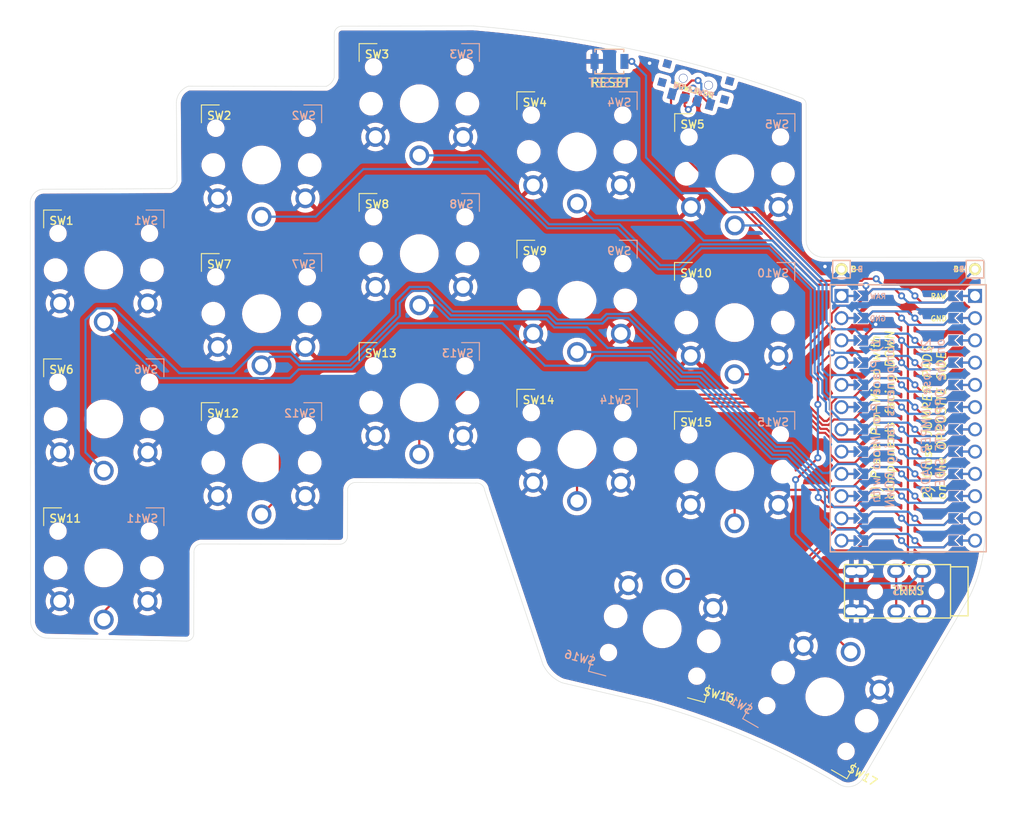
<source format=kicad_pcb>
(kicad_pcb (version 20211014) (generator pcbnew)
  (layers (0 "F.Cu" signal) (31 "B.Cu" signal) (34 "B.Paste" user) (35 "F.Paste" user) (36 "B.SilkS" user "B.Silkscreen") (37 "F.SilkS" user "F.Silkscreen") (38 "B.Mask" user) (39 "F.Mask" user) (44 "Edge.Cuts" user))
  (net 0 "")
  (net 1 "gnd")
  (net 2 "vcc")
  (net 3 "Switch18")
  (net 4 "reset")
  (net 5 "Switch1")
  (net 6 "Switch2")
  (net 7 "Switch3")
  (net 8 "Switch4")
  (net 9 "Switch5")
  (net 10 "Switch6")
  (net 11 "Switch7")
  (net 12 "Switch8")
  (net 13 "Switch9")
  (net 14 "Switch10")
  (net 15 "Switch11")
  (net 16 "Switch12")
  (net 17 "Switch13")
  (net 18 "Switch14")
  (net 19 "Switch15")
  (net 20 "Switch16")
  (net 21 "Switch17")
  (net 22 "raw")
  (net 23 "BT+_r")
  (net 24 "Net-(SW_POWERR1-Pad1)")
  (footprint "kbd:1pin_conn" (layer "F.Cu") (at 126.492 45.974)
    (fp_text reference "B+")
    (fp_text value "MountingHole_Pad" hide)
  )
  (footprint "kbd:1pin_conn" (layer "F.Cu") (at 111.252 45.974)
    (fp_text reference "B-")
    (fp_text value "MountingHole_Pad" hide)
  )
  (footprint "Kailh:TRRS-PJ-DPB2" (layer "F.Cu") (at 123.698 82.75 -90)
    (fp_text reference "J2")
    (fp_text value "AudioJack4dpb" hide)
  )
  (footprint "* duckyb-collection:SW_PG1350_rev_DPB" (layer "F.Cu") (at 27.08 46.08)
    (fp_text reference "SW1" hide)
    (fp_text value "SW_Push" hide)
  )
  (footprint "* duckyb-collection:SW_PG1350_rev_DPB" (layer "F.Cu") (at 45.08 34.08)
    (fp_text reference "SW2" hide)
    (fp_text value "SW_Push" hide)
  )
  (footprint "* duckyb-collection:SW_PG1350_rev_DPB" (layer "F.Cu") (at 63.08 27.08)
    (fp_text reference "SW3" hide)
    (fp_text value "SW_Push" hide)
  )
  (footprint "* duckyb-collection:SW_PG1350_rev_DPB" (layer "F.Cu") (at 81.08 32.58)
    (fp_text reference "SW4" hide)
    (fp_text value "SW_Push" hide)
  )
  (footprint "* duckyb-collection:SW_PG1350_rev_DPB" (layer "F.Cu") (at 99.08 35.08)
    (fp_text reference "SW5" hide)
    (fp_text value "SW_Push" hide)
  )
  (footprint "* duckyb-collection:SW_PG1350_rev_DPB" (layer "F.Cu") (at 27.08 63.08)
    (fp_text reference "SW6" hide)
    (fp_text value "SW_Push" hide)
  )
  (footprint "* duckyb-collection:SW_PG1350_rev_DPB" (layer "F.Cu") (at 45.08 51.054)
    (fp_text reference "SW7" hide)
    (fp_text value "SW_Push" hide)
  )
  (footprint "* duckyb-collection:SW_PG1350_rev_DPB" (layer "F.Cu") (at 63.08 44.196)
    (fp_text reference "SW8" hide)
    (fp_text value "SW_Push" hide)
  )
  (footprint "* duckyb-collection:SW_PG1350_rev_DPB" (layer "F.Cu") (at 81.08 49.53)
    (fp_text reference "SW9" hide)
    (fp_text value "SW_Push" hide)
  )
  (footprint "* duckyb-collection:SW_PG1350_rev_DPB" (layer "F.Cu") (at 99.06 52.07)
    (fp_text reference "SW10" hide)
    (fp_text value "SW_Push" hide)
  )
  (footprint "* duckyb-collection:SW_PG1350_rev_DPB" (layer "F.Cu") (at 27.08 80.08)
    (fp_text reference "SW11" hide)
    (fp_text value "SW_Push" hide)
  )
  (footprint "* duckyb-collection:SW_PG1350_rev_DPB" (layer "F.Cu") (at 45.08 68.072)
    (fp_text reference "SW12" hide)
    (fp_text value "SW_Push" hide)
  )
  (footprint "* duckyb-collection:SW_PG1350_rev_DPB" (layer "F.Cu") (at 63.08 61.214)
    (fp_text reference "SW13" hide)
    (fp_text value "SW_Push" hide)
  )
  (footprint "* duckyb-collection:SW_PG1350_rev_DPB" (layer "F.Cu") (at 81.08 66.548)
    (fp_text reference "SW14" hide)
    (fp_text value "SW_Push" hide)
  )
  (footprint "* duckyb-collection:SW_PG1350_rev_DPB" (layer "F.Cu") (at 99.06 69.088)
    (fp_text reference "SW15" hide)
    (fp_text value "SW_Push" hide)
  )
  (footprint "* duckyb-collection:SW_PG1350_rev_DPB" (layer "F.Cu") (at 109.356 94.78 150)
    (fp_text reference "SW17" hide)
    (fp_text value "SW_Push" hide)
  )
  (footprint "* duckyb-collection:SW_PG1350_rev_DPB" (layer "F.Cu") (at 90.796 87.03 165)
    (fp_text reference "SW16" hide)
    (fp_text value "SW_Push" hide)
  )
  (footprint "* duckyb-collection:ProMicro_jumpers_facedown" (layer "F.Cu") (at 118.872 62.992 -90)
    (fp_text reference "U1" hide)
    (fp_text value "ProMicro-kbd" hide)
  )
  (footprint "Kailh:SPDT_C128955" (layer "F.Cu") (at 94.6404 24.570573 -15.5)
    (fp_text reference "POWER SW")
    (fp_text value "SW_SPDT")
  )
  (footprint "* duckyb-collection:Tactile-Switch_SMT" (layer "F.Cu") (at 84.7852 22.2504)
    (fp_text reference "RSW2" hide)
    (fp_text value "SW_Push")
  )
  (gr_arc (start 126.885 44.612) (mid 127.41533 44.83167) (end 127.635 45.362) (layer "Edge.Cuts") (width 0.05))
  (gr_line (start 18.7 38.225) (end 18.730254 86.245024) (layer "Edge.Cuts") (width 0.05))
  (gr_arc (start 106.78729 26.456889) (mid 107.104079 26.733645) (end 107.222045 27.137419) (layer "Edge.Cuts") (width 0.05))
  (gr_arc (start 89.409134 95.561946) (mid 100.486488 99.421597) (end 110.938 104.748) (layer "Edge.Cuts") (width 0.05))
  (gr_arc (start 18.7 38.225) (mid 19.155775 37.288835) (end 20.1 36.85) (layer "Edge.Cuts") (width 0.05))
  (gr_arc (start 109.257002 44.614917) (mid 107.844534 44.065716) (end 107.222001 42.683999) (layer "Edge.Cuts") (width 0.05))
  (gr_arc (start 69.291777 18.200679) (mid 88.315879 21.073764) (end 106.78729 26.456889) (layer "Edge.Cuts") (width 0.05))
  (gr_arc (start 113.67 104.149265) (mid 112.428995 105.01898) (end 110.938 104.748) (layer "Edge.Cuts") (width 0.05))
  (gr_arc (start 20.8 88.1) (mid 19.390796 87.589913) (end 18.730254 86.245024) (layer "Edge.Cuts") (width 0.05))
  (gr_line (start 127.635 45.362) (end 127.635 62.484) (layer "Edge.Cuts") (width 0.05))
  (gr_line (start 107.222001 42.683999) (end 107.222045 27.137419) (layer "Edge.Cuts") (width 0.05))
  (gr_line (start 109.257002 44.614917) (end 126.885 44.612) (layer "Edge.Cuts") (width 0.05))
  (gr_line (start 125.888304 83.312) (end 113.67 104.149265) (layer "Edge.Cuts") (width 0.05))
  (gr_arc (start 127.635 75.98785) (mid 127.177913 79.749197) (end 125.888304 83.312) (layer "Edge.Cuts") (width 0.05))
  (gr_line (start 69.291777 18.200679) (end 54.275 18.225) (layer "Edge.Cuts") (width 0.05))
  (gr_line (start 127.635 62.484) (end 127.647 69.85) (layer "Edge.Cuts") (width 0.05))
  (gr_line (start 127.647 69.85) (end 127.635 75.98785) (layer "Edge.Cuts") (width 0.05))
  (gr_line (start 89.409134 95.561946) (end 79.4 93.2) (layer "Edge.Cuts") (width 0.05))
  (gr_line (start 37.35 87.5) (end 37.375 78.325) (layer "Edge.Cuts") (width 0.05))
  (gr_line (start 70.53639 71.223416) (end 77.2 91.125) (layer "Edge.Cuts") (width 0.05))
  (gr_arc (start 53.375 19.15) (mid 53.627018 18.494869) (end 54.275 18.225) (layer "Edge.Cuts") (width 0.05))
  (gr_arc (start 35.437697 35.897622) (mid 35.15 36.425) (end 34.66692 36.782115) (layer "Edge.Cuts") (width 0.05))
  (gr_arc (start 54.886095 76.4) (mid 54.673416 77.06361) (end 54.05 77.375) (layer "Edge.Cuts") (width 0.05))
  (gr_arc (start 54.9 71.3) (mid 55.112679 70.63639) (end 55.736095 70.325) (layer "Edge.Cuts") (width 0.05))
  (gr_line (start 38.211095 77.35) (end 54.05 77.375) (layer "Edge.Cuts") (width 0.05))
  (gr_line (start 53.370777 24.090507) (end 53.375 19.15) (layer "Edge.Cuts") (width 0.05))
  (gr_line (start 54.886095 76.4) (end 54.9 71.3) (layer "Edge.Cuts") (width 0.05))
  (gr_arc (start 79.4 93.2) (mid 78.107035 92.36709) (end 77.2 91.125) (layer "Edge.Cuts") (width 0.05))
  (gr_arc (start 35.366723 26.95) (mid 35.765984 25.796799) (end 36.75 25.075) (layer "Edge.Cuts") (width 0.05))
  (gr_line (start 20.1 36.85) (end 34.66692 36.782115) (layer "Edge.Cuts") (width 0.05))
  (gr_arc (start 53.370777 24.090507) (mid 53.033258 24.698739) (end 52.465055 25.1) (layer "Edge.Cuts") (width 0.05))
  (gr_arc (start 37.35 87.5) (mid 37.131507 88.153455) (end 36.513905 88.437746) (layer "Edge.Cuts") (width 0.05))
  (gr_line (start 36.75 25.075) (end 52.465055 25.1) (layer "Edge.Cuts") (width 0.05))
  (gr_line (start 20.8 88.1) (end 36.513905 88.437746) (layer "Edge.Cuts") (width 0.05))
  (gr_arc (start 69.5 70.4) (mid 70.20079 70.581884) (end 70.53639 71.223416) (layer "Edge.Cuts") (width 0.05))
  (gr_line (start 35.437697 35.897622) (end 35.366723 26.95) (layer "Edge.Cuts") (width 0.05))
  (gr_line (start 55.736095 70.325) (end 69.5 70.4) (layer "Edge.Cuts") (width 0.05))
  (gr_arc (start 37.375 78.325) (mid 37.587677 77.661387) (end 38.211095 77.35) (layer "Edge.Cuts") (width 0.05))
  (gr_text "RAW" (at 116.40097 49.0728) (layer "B.SilkS") (effects (font (size 0.6 0.6) (thickness 0.12)) (justify left mirror)))
  (gr_text "B-" (at 113.03 45.974) (layer "B.SilkS") (effects (font (size 0.6 0.6)) (justify mirror)))
  (gr_text "2) Close JUMPER PADS\non the OPPOSITE SIDE" (at 121.7168 53.7464 90) (layer "B.SilkS") (effects (font (size 1 1) (thickness 0.15) italic) (justify left mirror)))
  (gr_text "GND" (at 116.40097 51.6128) (layer "B.SilkS") (effects (font (size 0.6 0.6) (thickness 0.12)) (justify left mirror)))
  (gr_text "1) Place Pro-Micro with\ncomponents facing DOWN" (at 115.9764 53.7464 90) (layer "B.SilkS") (effects (font (size 1 1) (thickness 0.15) italic) (justify left mirror)))
  (gr_text "B+" (at 124.587 45.974) (layer "B.SilkS") (effects (font (size 0.6 0.6)) (justify mirror)))
  (gr_text "1) Place Pro-Micro with\ncomponents facing DOWN" (at 115.9764 72.4408 90) (layer "F.SilkS") (effects (font (size 1 1) (thickness 0.15) italic) (justify left)))
  (gr_text "GND" (at 121.3612 51.6128) (layer "F.SilkS") (effects (font (size 0.6 0.6) (thickness 0.12)) (justify left)))
  (gr_text "2) Close JUMPER PADS\non the OPPOSITE SIDE" (at 121.8692 72.4408 90) (layer "F.SilkS") (effects (font (size 1 1) (thickness 0.15) italic) (justify left)))
  (gr_text "TRRS" (at 118.872 82.677) (layer "F.SilkS") (effects (font (size 1 1))))
  (gr_text "RAW" (at 121.3612 49.0728) (layer "F.SilkS") (effects (font (size 0.6 0.6) (thickness 0.12)) (justify left)))
  (segment (start 114.046 53.3908) (end 115.1636 52.2732) (width 0.25) (layer "F.Cu") (net 1))
  (segment (start 118.11 56.642) (end 118.11 54.102) (width 0.25) (layer "F.Cu") (net 1))
  (segment (start 114.046 54.102) (end 114.046 53.3908) (width 0.25) (layer "F.Cu") (net 1))
  (via (at 115.1636 52.2732) (size 0.8) (drill 0.4) (layers "F.Cu" "B.Cu") (net 1))
  (via (at 109.3724 45.6692) (size 0.8) (drill 0.4) (layers "F.Cu" "B.Cu") (net 1))
  (via (at 89.3572 22.4536) (size 0.8) (drill 0.4) (layers "F.Cu" "B.Cu") (net 1))
  (segment (start 112.630511 50.146511) (end 110.661711 50.146511) (width 0.25) (layer "B.Cu") (net 1))
  (segment (start 110.127489 47.098511) (end 111.252 45.974) (width 0.25) (layer "B.Cu") (net 1))
  (segment (start 114.7572 52.2732) (end 114.046 51.562) (width 0.25) (layer "B.Cu") (net 1))
  (segment (start 110.661711 50.146511) (end 110.127489 49.612289) (width 0.25) (layer "B.Cu") (net 1))
  (segment (start 114.046 51.562) (end 112.630511 50.146511) (width 0.25) (layer "B.Cu") (net 1))
  (segment (start 115.1636 52.2732) (end 114.7572 52.2732) (width 0.25) (layer "B.Cu") (net 1))
  (segment (start 110.127489 49.612289) (end 110.127489 47.098511) (width 0.25) (layer "B.Cu") (net 1))
  (segment (start 120.498 85.05) (end 120.498 80.44) (width 0.25) (layer "F.Cu") (net 2))
  (segment (start 108.5596 57.0992) (end 108.5596 61.4172) (width 0.25) (layer "F.Cu") (net 2))
  (segment (start 106.0196 70.0024) (end 106.0704 70.0024) (width 0.25) (layer "F.Cu") (net 2))
  (segment (start 106.0704 70.0024) (end 108.5596 67.5132) (width 0.25) (layer "F.Cu") (net 2))
  (segment (start 120.498 80.44) (end 120.478 80.42) (width 0.25) (layer "F.Cu") (net 2))
  (segment (start 110.1344 55.5244) (end 108.5596 57.0992) (width 0.25) (layer "F.Cu") (net 2))
  (via (at 106.0196 70.0024) (size 0.8) (drill 0.4) (layers "F.Cu" "B.Cu") (net 2))
  (via (at 110.1344 55.5244) (size 0.8) (drill 0.4) (layers "F.Cu" "B.Cu") (net 2))
  (via (at 108.5596 67.5132) (size 0.8) (drill 0.4) (layers "F.Cu" "B.Cu") (net 2))
  (via (at 108.5596 61.4172) (size 0.8) (drill 0.4) (layers "F.Cu" "B.Cu") (net 2))
  (segment (start 108.5596 67.5132) (end 108.5596 61.4172) (width 0.25) (layer "B.Cu") (net 2))
  (segment (start 111.6584 81.8388) (end 119.0592 81.8388) (width 0.25) (layer "B.Cu") (net 2))
  (segment (start 110.141311 55.517489) (end 112.921489 55.517489) (width 0.25) (layer "B.Cu") (net 2))
  (segment (start 112.921489 55.517489) (end 114.046 56.642) (width 0.25) (layer "B.Cu") (net 2))
  (segment (start 119.0592 81.8388) (end 120.478 80.42) (width 0.25) (layer "B.Cu") (net 2))
  (segment (start 106.0196 70.0024) (end 106.0196 76.2) (width 0.25) (layer "B.Cu") (net 2))
  (segment (start 110.1344 55.5244) (end 110.141311 55.517489) (width 0.25) (layer "B.Cu") (net 2))
  (segment (start 106.0196 76.2) (end 111.6584 81.8388) (width 0.25) (layer "B.Cu") (net 2))
  (segment (start 118.11 51.562) (end 118.834511 52.286511) (width 0.25) (layer "F.Cu") (net 3))
  (segment (start 118.834511 52.286511) (end 118.834511 79.063489) (width 0.25) (layer "F.Cu") (net 3))
  (segment (start 117.498 80.44) (end 117.478 80.42) (width 0.25) (layer "F.Cu") (net 3))
  (segment (start 118.834511 79.063489) (end 117.478 80.42) (width 0.25) (layer "F.Cu") (net 3))
  (segment (start 117.498 85.05) (end 117.498 80.44) (width 0.25) (layer "F.Cu") (net 3))
  (segment (start 87.3252 22.2504) (end 86.4852 22.2504) (width 0.25) (layer "F.Cu") (net 4))
  (via (at 87.3252 22.2504) (size 0.8) (drill 0.4) (layers "F.Cu" "B.Cu") (net 4))
  (segment (start 86.4852 22.2504) (end 87.3252 22.2504) (width 0.25) (layer "B.Cu") (net 4))
  (segment (start 87.3252 22.2504) (end 88.9508 23.876) (width 0.25) (layer "B.Cu") (net 4))
  (segment (start 88.9508 33.217792) (end 93.020208 37.2872) (width 0.25) (layer "B.Cu") (net 4))
  (segment (start 88.9508 23.876) (end 88.9508 33.217792) (width 0.25) (layer "B.Cu") (net 4))
  (segment (start 96.172452 37.2872) (end 98.356852 39.4716) (width 0.25) (layer "B.Cu") (net 4))
  (segment (start 109.54488 52.03928) (end 110.3376 52.832) (width 0.25) (layer "B.Cu") (net 4))
  (segment (start 93.020208 37.2872) (end 96.172452 37.2872) (width 0.25) (layer "B.Cu") (net 4))
  (segment (start 109.54488 47.593566) (end 109.54488 52.03928) (width 0.25) (layer "B.Cu") (net 4))
  (segment (start 98.356852 39.4716) (end 101.422914 39.4716) (width 0.25) (layer "B.Cu") (net 4))
  (segment (start 101.422914 39.4716) (end 109.54488 47.593566) (width 0.25) (layer "B.Cu") (net 4))
  (segment (start 110.3376 52.832) (end 112.776 52.832) (width 0.25) (layer "B.Cu") (net 4))
  (segment (start 112.776 52.832) (end 114.046 54.102) (width 0.25) (layer "B.Cu") (net 4))
  (segment (start 108.6104 72.0344) (end 109.6772 73.1012) (width 0.25) (layer "F.Cu") (net 5))
  (segment (start 112.8268 73.1012) (end 114.046 71.882) (width 0.25) (layer "F.Cu") (net 5))
  (segment (start 109.6772 73.1012) (end 112.8268 73.1012) (width 0.25) (layer "F.Cu") (net 5))
  (via (at 108.6104 72.0344) (size 0.8) (drill 0.4) (layers "F.Cu" "B.Cu") (net 5))
  (segment (start 108.6104 71.299954) (end 104.925246 67.6148) (width 0.25) (layer "B.Cu") (net 5))
  (segment (start 60.653557 52.14856) (end 55.398597 57.40352) (width 0.25) (layer "B.Cu") (net 5))
  (segment (start 49.32728 57.40352) (end 48.321289 58.409511) (width 0.25) (layer "B.Cu") (net 5))
  (segment (start 103.2256 67.6148) (end 94.742 59.1312) (width 0.25) (layer "B.Cu") (net 5))
  (segment (start 81.9912 56.9976) (end 77.4192 56.9976) (width 0.25) (layer "B.Cu") (net 5))
  (segment (start 83.10928 55.87952) (end 81.9912 56.9976) (width 0.25) (layer "B.Cu") (net 5))
  (segment (start 72.57016 52.14856) (end 60.653557 52.14856) (width 0.25) (layer "B.Cu") (net 5))
  (segment (start 48.321289 58.409511) (end 33.509511 58.409511) (width 0.25) (layer "B.Cu") (net 5))
  (segment (start 108.6104 72.0344) (end 108.6104 71.299954) (width 0.25) (layer "B.Cu") (net 5))
  (segment (start 94.742 59.1312) (end 92.6084 59.1312) (width 0.25) (layer "B.Cu") (net 5))
  (segment (start 55.398597 57.40352) (end 49.32728 57.40352) (width 0.25) (layer "B.Cu") (net 5))
  (segment (start 92.6084 59.1312) (end 89.35672 55.87952) (width 0.25) (layer "B.Cu") (net 5))
  (segment (start 77.4192 56.9976) (end 72.57016 52.14856) (width 0.25) (layer "B.Cu") (net 5))
  (segment (start 33.509511 58.409511) (end 27.08 51.98) (width 0.25) (layer "B.Cu") (net 5))
  (segment (start 89.35672 55.87952) (end 83.10928 55.87952) (width 0.25) (layer "B.Cu") (net 5))
  (segment (start 104.925246 67.6148) (end 103.2256 67.6148) (width 0.25) (layer "B.Cu") (net 5))
  (segment (start 108.62576 60.316396) (end 109.48168 61.172316) (width 0.25) (layer "B.Cu") (net 6))
  (segment (start 108.62576 58.869314) (end 108.62576 60.316396) (width 0.25) (layer "B.Cu") (net 6))
  (segment (start 95.276118 43.5864) (end 102.994846 43.5864) (width 0.25) (layer "B.Cu") (net 6))
  (segment (start 85.69192 41.29272) (end 90.36552 45.96632) (width 0.25) (layer "B.Cu") (net 6))
  (segment (start 110.0328 64.8716) (end 110.838689 65.677489) (width 0.25) (layer "B.Cu") (net 6))
  (segment (start 110.838689 65.677489) (end 112.921489 65.677489) (width 0.25) (layer "B.Cu") (net 6))
  (segment (start 109.48168 62.177698) (end 110.0328 62.728818) (width 0.25) (layer "B.Cu") (net 6))
  (segment (start 90.36552 45.96632) (end 92.896198 45.96632) (width 0.25) (layer "B.Cu") (net 6))
  (segment (start 70.941483 34.544) (end 77.690203 41.29272) (width 0.25) (layer "B.Cu") (net 6))
  (segment (start 110.0328 62.728818) (end 110.0328 64.8716) (width 0.25) (layer "B.Cu") (net 6))
  (segment (start 102.994846 43.5864) (end 107.7468 48.338354) (width 0.25) (layer "B.Cu") (net 6))
  (segment (start 45.08 39.98) (end 51.2568 39.98) (width 0.25) (layer "B.Cu") (net 6))
  (segment (start 109.48168 61.172316) (end 109.48168 62.177698) (width 0.25) (layer "B.Cu") (net 6))
  (segment (start 51.2568 39.98) (end 56.6928 34.544) (width 0.25) (layer "B.Cu") (net 6))
  (segment (start 112.921489 65.677489) (end 114.046 66.802) (width 0.25) (layer "B.Cu") (net 6))
  (segment (start 107.7468 57.990354) (end 108.62576 58.869314) (width 0.25) (layer "B.Cu") (net 6))
  (segment (start 92.896198 45.96632) (end 95.276118 43.5864) (width 0.25) (layer "B.Cu") (net 6))
  (segment (start 56.6928 34.544) (end 70.941483 34.544) (width 0.25) (layer "B.Cu") (net 6))
  (segment (start 107.7468 48.338354) (end 107.7468 57.990354) (width 0.25) (layer "B.Cu") (net 6))
  (segment (start 77.690203 41.29272) (end 85.69192 41.29272) (width 0.25) (layer "B.Cu") (net 6))
  (segment (start 103.181044 43.13688) (end 108.19632 48.152156) (width 0.25) (layer "B.Cu") (net 7))
  (segment (start 92.71 45.5168) (end 95.089921 43.13688) (width 0.25) (layer "B.Cu") (net 7))
  (segment (start 63.08 32.98) (end 70.0132 32.98) (width 0.25) (layer "B.Cu") (net 7))
  (segment (start 95.089921 43.13688) (end 103.181044 43.13688) (width 0.25) (layer "B.Cu") (net 7))
  (segment (start 109.9312 61.9915) (end 111.077189 63.137489) (width 0.25) (layer "B.Cu") (net 7))
  (segment (start 112.921489 63.137489) (end 114.046 64.262) (width 0.25) (layer "B.Cu") (net 7))
  (segment (start 90.596601 45.5168) (end 92.71 45.5168) (width 0.25) (layer "B.Cu") (net 7))
  (segment (start 85.923001 40.8432) (end 90.596601 45.5168) (width 0.25) (layer "B.Cu") (net 7))
  (segment (start 108.19632 57.804156) (end 109.07528 58.683116) (width 0.25) (layer "B.Cu") (net 7))
  (segment (start 109.9312 60.986118) (end 109.9312 61.9915) (width 0.25) (layer "B.Cu") (net 7))
  (segment (start 70.0132 32.98) (end 77.8764 40.8432) (width 0.25) (layer "B.Cu") (net 7))
  (segment (start 108.19632 48.152156) (end 108.19632 57.804156) (width 0.25) (layer "B.Cu") (net 7))
  (segment (start 109.07528 58.683116) (end 109.07528 60.130198) (width 0.25) (layer "B.Cu") (net 7))
  (segment (start 77.8764 40.8432) (end 85.923001 40.8432) (width 0.25) (layer "B.Cu") (net 7))
  (segment (start 109.07528 60.130198) (end 109.9312 60.986118) (width 0.25) (layer "B.Cu") (net 7))
  (segment (start 111.077189 63.137489) (end 112.921489 63.137489) (width 0.25) (layer "B.Cu") (net 7))
  (segment (start 109.5248 58.496918) (end 109.5248 59.944) (width 0.25) (layer "B.Cu") (net 8))
  (segment (start 108.64584 47.965958) (end 108.64584 57.617958) (width 0.25) (layer "B.Cu") (net 8))
  (segment (start 108.64584 57.617958) (end 109.5248 58.496918) (width 0.25) (layer "B.Cu") (net 8))
  (segment (start 110.178289 60.597489) (end 112.921489 60.597489) (width 0.25) (layer "B.Cu") (net 8))
  (segment (start 109.5248 59.944) (end 110.178289 60.597489) (width 0.25) (layer "B.Cu") (net 8))
  (segment (start 103.367242 42.68736) (end 108.64584 47.965958) (width 0.25) (layer "B.Cu") (net 8))
  (segment (start 95.51936 42.68736) (end 103.367242 42.68736) (width 0.25) (layer "B.Cu") (net 8))
  (segment (start 81.08 38.48) (end 82.986 40.386) (width 0.25) (layer "B.Cu") (net 8))
  (segment (start 82.986 40.386) (end 93.218 40.386) (width 0.25) (layer "B.Cu") (net 8))
  (segment (start 93.218 40.386) (end 95.51936 42.68736) (width 0.25) (layer "B.Cu") (net 8))
  (segment (start 112.921489 60.597489) (end 114.046 61.722) (width 0.25) (layer "B.Cu") (net 8))
  (segment (start 102.2956 40.98) (end 109.09536 47.779763) (width 0.25) (layer "B.Cu") (net 9))
  (segment (start 109.728 58.0644) (end 110.7793 58.0644) (width 0.25) (layer "B.Cu") (net 9))
  (segment (start 110.7793 58.0644) (end 110.786211 58.057489) (width 0.25) (layer "B.Cu") (net 9))
  (segment (start 110.786211 58.057489) (end 112.921489 58.057489) (width 0.25) (layer "B.Cu") (net 9))
  (segment (start 109.09536 57.43176) (end 109.728 58.0644) (width 0.25) (layer "B.Cu") (net 9))
  (segment (start 99.08 40.98) (end 102.2956 40.98) (width 0.25) (layer "B.Cu") (net 9))
  (segment (start 112.921489 58.057489) (end 114.046 59.182) (width 0.25) (layer "B.Cu") (net 9))
  (segment (start 109.09536 47.779763) (end 109.09536 57.43176) (width 0.25) (layer "B.Cu") (net 9))
  (segment (start 103.970392 65.81672) (end 105.670037 65.81672) (width 0.25) (layer "B.Cu") (net 10))
  (segment (start 105.933359 66.080043) (end 109.093716 69.2404) (width 0.25) (layer "B.Cu") (net 10))
  (segment (start 109.093716 69.2404) (end 109.7633 69.2404) (width 0.25) (layer "B.Cu") (net 10))
  (segment (start 24.990979 66.890979) (end 24.990979 51.767821) (width 0.25) (layer "B.Cu") (net 10))
  (segment (start 66.9036 50.8) (end 77.9272 50.8) (width 0.25) (layer "B.Cu") (net 10))
  (segment (start 41.926209 57.844991) (end 44.3992 55.372) (width 0.25) (layer "B.Cu") (net 10))
  (segment (start 87.373843 51.353772) (end 93.353192 57.33312) (width 0.25) (layer "B.Cu") (net 10))
  (segment (start 105.670037 65.81672) (end 105.933359 66.080043) (width 0.25) (layer "B.Cu") (net 10))
  (segment (start 78.85696 51.72976) (end 83.80464 51.72976) (width 0.25) (layer "B.Cu") (net 10))
  (segment (start 110.786211 68.217489) (end 112.921489 68.217489) (width 0.25) (layer "B.Cu") (net 10))
  (segment (start 95.486792 57.33312) (end 103.970392 65.81672) (width 0.25) (layer "B.Cu") (net 10))
  (segment (start 55.026202 56.50448) (end 60.4012 51.129482) (width 0.25) (layer "B.Cu") (net 10))
  (segment (start 64.1096 48.006) (end 66.9036 50.8) (width 0.25) (layer "B.Cu") (net 10))
  (segment (start 84.443951 51.090449) (end 87.110521 51.090449) (width 0.25) (layer "B.Cu") (net 10))
  (segment (start 48.4124 55.372) (end 49.54488 56.50448) (width 0.25) (layer "B.Cu") (net 10))
  (segment (start 109.7633 69.2404) (end 110.786211 68.217489) (width 0.25) (layer "B.Cu") (net 10))
  (segment (start 61.976 48.006) (end 64.1096 48.006) (width 0.25) (layer "B.Cu") (net 10))
  (segment (start 87.110521 51.090449) (end 87.373843 51.353772) (width 0.25) (layer "B.Cu") (net 10))
  (segment (start 60.4012 49.5808) (end 61.976 48.006) (width 0.25) (layer "B.Cu") (net 10))
  (segment (start 28.2956 50.4444) (end 35.696191 57.844991) (width 0.25) (layer "B.Cu") (net 10))
  (segment (start 93.353192 57.33312) (end 95.486792 57.33312) (width 0.25) (layer "B.Cu") (net 10))
  (segment (start 83.80464 51.72976) (end 84.443951 51.090449) (width 0.25) (layer "B.Cu") (net 10))
  (segment (start 49.54488 56.50448) (end 55.026202 56.50448) (width 0.25) (layer "B.Cu") (net 10))
  (segment (start 27.08 68.98) (end 24.990979 66.890979) (width 0.25) (layer "B.Cu") (net 10))
  (segment (start 35.696191 57.844991) (end 41.926209 57.844991) (width 0.25) (layer "B.Cu") (net 10))
  (segment (start 77.9272 50.8) (end 78.85696 51.72976) (width 0.25) (layer "B.Cu") (net 10))
  (segment (start 26.3144 50.4444) (end 28.2956 50.4444) (width 0.25) (layer "B.Cu") (net 10))
  (segment (start 24.990979 51.767821) (end 26.3144 50.4444) (width 0.25) (layer "B.Cu") (net 10))
  (segment (start 44.3992 55.372) (end 48.4124 55.372) (width 0.25) (layer "B.Cu") (net 10))
  (segment (start 60.4012 51.129482) (end 60.4012 49.5808) (width 0.25) (layer "B.Cu") (net 10))
  (segment (start 112.921489 68.217489) (end 114.046 69.342) (width 0.25) (layer "B.Cu") (net 10))
  (segment (start 103.784194 66.26624) (end 105.483839 66.26624) (width 0.25) (layer "B.Cu") (net 11))
  (segment (start 86.924323 51.539969) (end 93.166994 57.78264) (width 0.25) (layer "B.Cu") (net 11))
  (segment (start 93.166994 57.78264) (end 95.300594 57.78264) (width 0.25) (layer "B.Cu") (net 11))
  (segment (start 95.300594 57.78264) (end 103.784194 66.26624) (width 0.25) (layer "B.Cu") (net 11))
  (segment (start 109.975089 70.757489) (end 112.921489 70.757489) (width 0.25) (layer "B.Cu") (net 11))
  (segment (start 112.921489 70.757489) (end 114.046 71.882) (width 0.25) (layer "B.Cu") (net 11))
  (segment (start 60.85072 49.84248) (end 62.23768 48.45552) (width 0.25) (layer "B.Cu") (net 11))
  (segment (start 48.378602 55.97392) (end 49.358683 56.954) (width 0.25) (layer "B.Cu") (net 11))
  (segment (start 46.06008 55.97392) (end 48.378602 55.97392) (width 0.25) (layer "B.Cu") (net 11))
  (segment (start 62.23768 48.45552) (end 63.923403 48.45552) (width 0.25) (layer "B.Cu") (net 11))
  (segment (start 60.85072 51.315679) (end 60.85072 49.84248) (width 0.25) (layer "B.Cu") (net 11))
  (segment (start 45.08 56.954) (end 46.06008 55.97392) (width 0.25) (layer "B.Cu") (net 11))
  (segment (start 66.717403 51.24952) (end 77.741002 51.24952) (width 0.25) (layer "B.Cu") (net 11))
  (segment (start 84.630149 51.539969) (end 86.924323 51.539969) (width 0.25) (layer "B.Cu") (net 11))
  (segment (start 78.670762 52.17928) (end 83.990838 52.17928) (width 0.25) (layer "B.Cu") (net 11))
  (segment (start 105.483839 66.26624) (end 109.975089 70.757489) (width 0.25) (layer "B.Cu") (net 11))
  (segment (start 63.923403 48.45552) (end 66.717403 51.24952) (width 0.25) (layer "B.Cu") (net 11))
  (segment (start 55.2124 56.954) (end 60.85072 51.315679) (width 0.25) (layer "B.Cu") (net 11))
  (segment (start 49.358683 56.954) (end 55.2124 56.954) (width 0.25) (layer "B.Cu") (net 11))
  (segment (start 77.741002 51.24952) (end 78.670762 52.17928) (width 0.25) (layer "B.Cu") (net 11))
  (segment (start 83.990838 52.17928) (end 84.630149 51.539969) (width 0.25) (layer "B.Cu") (net 11))
  (segment (start 84.582 54.9656) (end 89.714236 54.9656) (width 0.25) (layer "B.Cu") (net 12))
  (segment (start 109.82192 71.240039) (end 109.82192 72.53472) (width 0.25) (layer "B.Cu") (net 12))
  (segment (start 64.928165 50.096) (end 66.531206 51.69904) (width 0.25) (layer "B.Cu") (net 12))
  (segment (start 109.82192 72.53472) (end 110.4392 73.152) (width 0.25) (layer "B.Cu") (net 12))
  (segment (start 89.714236 54.9656) (end 92.980796 58.23216) (width 0.25) (layer "B.Cu") (net 12))
  (segment (start 63.08 50.096) (end 64.928165 50.096) (width 0.25) (layer "B.Cu") (net 12))
  (segment (start 103.597996 66.71576) (end 105.297641 66.71576) (width 0.25) (layer "B.Cu") (net 12))
  (segment (start 95.114396 58.23216) (end 103.597996 66.71576) (width 0.25) (layer "B.Cu") (net 12))
  (segment (start 82.2452 52.6288) (end 84.582 54.9656) (width 0.25) (layer "B.Cu") (net 12))
  (segment (start 66.531206 51.69904) (end 77.554804 51.69904) (width 0.25) (layer "B.Cu") (net 12))
  (segment (start 92.980796 58.23216) (end 95.114396 58.23216) (width 0.25) (layer "B.Cu") (net 12))
  (segment (start 112.776 73.152) (end 114.046 74.422) (width 0.25) (layer "B.Cu") (net 12))
  (segment (start 78.484565 52.6288) (end 82.2452 52.6288) (width 0.25) (layer "B.Cu") (net 12))
  (segment (start 110.4392 73.152) (end 112.776 73.152) (width 0.25) (layer "B.Cu") (net 12))
  (segment (start 105.297641 66.71576) (end 109.82192 71.240039) (width 0.25) (layer "B.Cu") (net 12))
  (segment (start 77.554804 51.69904) (end 78.484565 52.6288) (width 0.25) (layer "B.Cu") (net 12))
  (segment (start 112.776 75.692) (end 114.046 76.962) (width 0.25) (layer "B.Cu") (net 13))
  (segment (start 105.111444 67.16528) (end 109.3724 71.426236) (width 0.25) (layer "B.Cu") (net 13))
  (segment (start 110.744 75.692) (end 112.776 75.692) (width 0.25) (layer "B.Cu") (net 13))
  (segment (start 103.411798 67.16528) (end 105.111444 67.16528) (width 0.25) (layer "B.Cu") (net 13))
  (segment (start 81.08 55.43) (end 89.542918 55.43) (width 0.25) (layer "B.Cu") (net 13))
  (segment (start 89.542918 55.43) (end 92.794598 58.68168) (width 0.25) (layer "B.Cu") (net 13))
  (segment (start 109.3724 71.426236) (end 109.3724 74.3204) (width 0.25) (layer "B.Cu") (net 13))
  (segment (start 94.928198 58.68168) (end 103.411798 67.16528) (width 0.25) (layer "B.Cu") (net 13))
  (segment (start 109.3724 74.3204) (end 110.744 75.692) (width 0.25) (layer "B.Cu") (net 13))
  (segment (start 92.794598 58.68168) (end 94.928198 58.68168) (width 0.25) (layer "B.Cu") (net 13))
  (segment (start 112.921489 50.146511) (end 114.046 49.022) (width 0.25) (layer "F.Cu") (net 14))
  (segment (start 110.127489 51.060911) (end 111.041889 50.146511) (width 0.25) (layer "F.Cu") (net 14))
  (segment (start 104.1328 57.97) (end 110.127489 51.975311) (width 0.25) (layer "F.Cu") (net 14))
  (segment (start 111.041889 50.146511) (end 112.921489 50.146511) (width 0.25) (layer "F.Cu") (net 14))
  (segment (start 110.127489 51.975311) (end 110.127489 51.060911) (width 0.25) (layer "F.Cu") (net 14))
  (segment (start 99.06 57.97) (end 104.1328 57.97) (width 0.25) (layer "F.Cu") (net 14))
  (segment (start 106.257265 60.306511) (end 109.255234 63.30448) (width 0.25) (layer "F.Cu") (net 15))
  (segment (start 30.6324 74.676) (end 41.360819 63.947581) (width 0.25) (layer "F.Cu") (net 15))
  (segment (start 112.630511 60.597489) (end 114.046 59.182) (width 0.25) (layer "F.Cu") (net 15))
  (segment (start 27.08 85.0864) (end 30.6324 81.534) (width 0.25) (layer "F.Cu") (net 15))
  (segment (start 41.360819 63.947581) (end 46.719501 63.947581) (width 0.25) (layer "F.Cu") (net 15))
  (segment (start 110.0836 61.3001) (end 110.786211 60.597489) (width 0.25) (layer "F.Cu") (net 15))
  (segment (start 91.088481 60.306511) (end 106.257265 60.306511) (width 0.25) (layer "F.Cu") (net 15))
  (segment (start 109.255234 63.30448) (end 109.592602 63.30448) (width 0.25) (layer "F.Cu") (net 15))
  (segment (start 109.592602 63.30448) (end 110.0836 62.813482) (width 0.25) (layer "F.Cu") (net 15))
  (segment (start 46.719501 63.947581) (end 52.247082 58.42) (width 0.25) (layer "F.Cu") (net 15))
  (segment (start 30.6324 81.534) (end 30.6324 74.676) (width 0.25) (layer "F.Cu") (net 15))
  (segment (start 110.786211 60.597489) (end 112.630511 60.597489) (width 0.25) (layer "F.Cu") (net 15))
  (segment (start 52.247082 58.42) (end 89.20197 58.42) (width 0.25) (layer "F.Cu") (net 15))
  (segment (start 27.08 85.98) (end 27.08 85.0864) (width 0.25) (layer "F.Cu") (net 15))
  (segment (start 89.20197 58.42) (end 91.088481 60.306511) (width 0.25) (layer "F.Cu") (net 15))
  (segment (start 110.0836 62.813482) (end 110.0836 61.3001) (width 0.25) (layer "F.Cu") (net 15))
  (segment (start 112.630511 63.137489) (end 114.046 61.722) (width 0.25) (layer "F.Cu") (net 16))
  (segment (start 47.1424 71.9096) (end 47.1424 70.161021) (width 0.25) (layer "F.Cu") (net 16))
  (segment (start 52.43328 58.86952) (end 89.015773 58.86952) (width 0.25) (layer "F.Cu") (net 16))
  (segment (start 47.169021 70.161021) (end 47.169021 64.133779) (width 0.25) (layer "F.Cu") (net 16))
  (segment (start 109.7788 63.754) (end 110.395311 63.137489) (width 0.25) (layer "F.Cu") (net 16))
  (segment (start 47.1424 70.161021) (end 47.169021 70.161021) (width 0.25) (layer "F.Cu") (net 16))
  (segment (start 110.395311 63.137489) (end 112.630511 63.137489) (width 0.25) (layer "F.Cu") (net 16))
  (segment (start 47.169021 64.133779) (end 52.43328 58.86952) (width 0.25) (layer "F.Cu") (net 16))
  (segment (start 90.902284 60.756031) (end 106.071067 60.756031) (width 0.25) (layer "F.Cu") (net 16))
  (segment (start 45.08 73.972) (end 47.1424 71.9096) (width 0.25) (layer "F.Cu") (net 16))
  (segment (start 106.071067 60.756031) (end 109.069036 63.754) (width 0.25) (layer "F.Cu") (net 16))
  (segment (start 89.015773 58.86952) (end 90.902284 60.756031) (width 0.25) (layer "F.Cu") (net 16))
  (segment (start 109.069036 63.754) (end 109.7788 63.754) (width 0.25) (layer "F.Cu") (net 16))
  (segment (start 63.08 64.980992) (end 68.741952 59.31904) (width 0.25) (layer "F.Cu") (net 17))
  (segment (start 90.716086 61.205551) (end 105.884869 61.205551) (width 0.25) (layer "F.Cu") (net 17))
  (segment (start 112.8776 65.4304) (end 114.046 64.262) (width 0.25) (layer "F.Cu") (net 17))
  (segment (start 63.08 67.114) (end 63.08 64.980992) (width 0.25) (layer "F.Cu") (net 17))
  (segment (start 110.7948 65.4304) (end 112.8776 65.4304) (width 0.25) (layer "F.Cu") (net 17))
  (segment (start 88.829575 59.31904) (end 90.716086 61.205551) (width 0.25) (layer "F.Cu") (net 17))
  (segment (start 108.882839 64.20352) (end 109.56792 64.20352) (width 0.25) (layer "F.Cu") (net 17))
  (segment (start 109.56792 64.20352) (end 110.7948 65.4304) (width 0.25) (layer "F.Cu") (net 17))
  (segment (start 68.741952 59.31904) (end 88.829575 59.31904) (width 0.25) (layer "F.Cu") (net 17))
  (segment (start 105.884869 61.205551) (end 108.882839 64.20352) (width 0.25) (layer "F.Cu") (net 17))
  (segment (start 89.170129 61.655071) (end 105.698671 61.655071) (width 0.25) (layer "F.Cu") (net 18))
  (segment (start 109.381722 64.65304) (end 109.982 65.253318) (width 0.25) (layer "F.Cu") (net 18))
  (segment (start 109.982 67.1223) (end 110.9317 68.072) (width 0.25) (layer "F.Cu") (net 18))
  (segment (start 108.696642 64.65304) (end 109.381722 64.65304) (width 0.25) (layer "F.Cu") (net 18))
  (segment (start 81.08 69.7452) (end 89.170129 61.655071) (width 0.25) (layer "F.Cu") (net 18))
  (segment (start 109.982 65.253318) (end 109.982 67.1223) (width 0.25) (layer "F.Cu") (net 18))
  (segment (start 105.698671 61.655071) (end 108.696642 64.65304) (width 0.25) (layer "F.Cu") (net 18))
  (segment (start 81.08 72.448) (end 81.08 69.7452) (width 0.25) (layer "F.Cu") (net 18))
  (segment (start 112.776 68.072) (end 114.046 66.802) (width 0.25) (layer "F.Cu") (net 18))
  (segment (start 110.9317 68.072) (end 112.776 68.072) (width 0.25) (layer "F.Cu") (net 18))
  (segment (start 110.12665 71.1708) (end 110.539961 70.757489) (width 0.25) (layer "F.Cu") (net 19))
  (segment (start 99.06 74.988) (end 99.06 72.854992) (width 0.25) (layer "F.Cu") (net 19))
  (segment (start 100.744192 71.1708) (end 110.12665 71.1708) (width 0.25) (layer "F.Cu") (net 19))
  (segment (start 112.630511 70.757489) (end 114.046 69.342) (width 0.25) (layer "F.Cu") (net 19))
  (segment (start 99.06 72.854992) (end 100.744192 71.1708) (width 0.25) (layer "F.Cu") (net 19))
  (segment (start 110.539961 70.757489) (end 112.630511 70.757489) (width 0.25) (layer "F.Cu") (net 19))
  (segment (start 110.786211 75.546511) (end 112.921489 75.546511) (width 0.25) (layer "F.Cu") (net 20))
  (segment (start 112.921489 75.546511) (end 114.046 74.422) (width 0.25) (layer "F.Cu") (net 20))
  (segment (start 105.001684 81.331038) (end 110.786211 75.546511) (width 0.25) (layer "F.Cu") (net 20))
  (segment (start 92.323032 81.331038) (end 105.001684 81.331038) (width 0.25) (layer "F.Cu") (net 20))
  (segment (start 108.881929 78.086511) (end 112.921489 78.086511) (width 0.25) (layer "F.Cu") (net 21))
  (segment (start 105.41 82.77445) (end 105.41 81.55844) (width 0.25) (layer "F.Cu") (net 21))
  (segment (start 105.41 81.55844) (end 108.881929 78.086511) (width 0.25) (layer "F.Cu") (net 21))
  (segment (start 112.921489 78.086511) (end 114.046 76.962) (width 0.25) (layer "F.Cu") (net 21))
  (segment (start 112.306 89.67045) (end 105.41 82.77445) (width 0.25) (layer "F.Cu") (net 21))
  (segment (start 108.458 47.752) (end 99.568 38.862) (width 0.25) (layer "F.Cu") (net 22))
  (segment (start 114.046 47.8536) (end 113.9444 47.752) (width 0.25) (layer "F.Cu") (net 22))
  (segment (start 99.568 38.862) (end 98.7552 38.862) (width 0.25) (layer "F.Cu") (net 22))
  (segment (start 92.888235 24.998297) (end 93.611089 24.998297) (width 0.25) (layer "F.Cu") (net 22))
  (segment (start 113.9444 47.752) (end 108.458 47.752) (width 0.25) (layer "F.Cu") (net 22))
  (segment (start 95.96888 36.07568) (end 95.96888 35.735872) (width 0.25) (layer "F.Cu") (net 22))
  (segment (start 93.611089 24.998297) (end 94.174586 24.4348) (width 0.25) (layer "F.Cu") (net 22))
  (segment (start 91.80328 26.083252) (end 91.917712 25.96882) (width 0.25) (layer "F.Cu") (net 22))
  (segment (start 91.80328 31.570272) (end 91.80328 26.083252) (width 0.25) (layer "F.Cu") (net 22))
  (segment (start 95.96888 35.735872) (end 91.80328 31.570272) (width 0.25) (layer "F.Cu") (net 22))
  (segment (start 98.7552 38.862) (end 95.96888 36.07568) (width 0.25) (layer "F.Cu") (net 22))
  (segment (start 94.174586 24.4348) (end 94.8944 24.4348) (width 0.25) (layer "F.Cu") (net 22))
  (segment (start 91.917712 25.96882) (end 92.888235 24.998297) (width 0.25) (layer "F.Cu") (net 22))
  (via (at 94.8944 24.4348) (size 0.8) (drill 0.4) (layers "F.Cu" "B.Cu") (net 22))
  (via (at 114.046 47.8536) (size 0.8) (drill 0.4) (layers "F.Cu" "B.Cu") (net 22))
  (segment (start 94.8944 24.4348) (end 95.261325 24.801725) (width 0.25) (layer "B.Cu") (net 22))
  (segment (start 114.046 47.8536) (end 114.046 49.022) (width 0.25) (layer "B.Cu") (net 22))
  (segment (start 95.261325 24.801725) (end 95.261325 25.53008) (width 0.25) (layer "B.Cu") (net 22))
  (segment (start 96.254049 26.522804) (end 96.254049 27.171393) (width 0.25) (layer "B.Cu") (net 22))
  (segment (start 95.261325 25.53008) (end 96.254049 26.522804) (width 0.25) (layer "B.Cu") (net 22))
  (segment (start 98.941398 38.41248) (end 96.4184 35.889482) (width 0.25) (layer "F.Cu") (net 23))
  (segment (start 96.4184 35.549674) (end 92.2528 31.384074) (width 0.25) (layer "F.Cu") (net 23))
  (segment (start 115.2144 47.072415) (end 113.802571 47.072415) (width 0.25) (layer "F.Cu") (net 23))
  (segment (start 113.572506 47.30248) (end 108.644198 47.30248) (width 0.25) (layer "F.Cu") (net 23))
  (segment (start 99.754198 38.41248) (end 98.941398 38.41248) (width 0.25) (layer "F.Cu") (net 23))
  (segment (start 92.2528 27.480034) (end 93.363158 26.369676) (width 0.25) (layer "F.Cu") (net 23))
  (segment (start 93.363158 27.323158) (end 93.7768 27.7368) (width 0.25) (layer "F.Cu") (net 23))
  (segment (start 92.2528 31.384074) (end 92.2528 27.480034) (width 0.25) (layer "F.Cu") (net 23))
  (segment (start 108.644198 47.30248) (end 99.754198 38.41248) (width 0.25) (layer "F.Cu") (net 23))
  (segment (start 113.802571 47.072415) (end 113.572506 47.30248) (width 0.25) (layer "F.Cu") (net 23))
  (segment (start 93.363158 26.369676) (end 93.363158 27.323158) (width 0.25) (layer "F.Cu") (net 23))
  (segment (start 96.4184 35.889482) (end 96.4184 35.549674) (width 0.25) (layer "F.Cu") (net 23))
  (via (at 115.2144 47.072415) (size 0.8) (drill 0.4) (layers "F.Cu" "B.Cu") (net 23))
  (via (at 93.7768 27.7368) (size 0.8) (drill 0.4) (layers "F.Cu" "B.Cu") (net 23))
  (segment (start 115.2144 47.072415) (end 115.893985 47.752) (width 0.25) (layer "B.Cu") (net 23))
  (segment (start 124.714 47.752) (end 126.492 45.974) (width 0.25) (layer "B.Cu") (net 23))
  (segment (start 93.7768 27.7368) (end 93.842337 27.7368) (width 0.25) (layer "B.Cu") (net 23))
  (segment (start 93.842337 27.7368) (end 94.808603 26.770534) (width 0.25) (layer "B.Cu") (net 23))
  (segment (start 115.893985 47.752) (end 124.714 47.752) (width 0.25) (layer "B.Cu") (net 23))
  (segment (start 94.381056 25.2984) (end 96.254049 27.171393) (width 0.25) (layer "F.Cu") (net 24))
  (segment (start 94.3356 25.2984) (end 94.381056 25.2984) (width 0.25) (layer "F.Cu") (net 24))
  (via (at 94.3356 25.2984) (size 0.8) (drill 0.4) (layers "F.Cu" "B.Cu") (net 24))
  (segment (start 92.588132 25.2984) (end 94.3356 25.2984) (width 0.25) (layer "B.Cu") (net 24))
  (segment (start 91.917712 25.96882) (end 92.588132 25.2984) (width 0.25) (layer "B.Cu") (net 24))
  (zone (net 1) (net_name "gnd") (layers F&B.Cu) (connect_pads (clearance 0.508)) (min_thickness 0.254) (fill yes (thermal_gap 0.508) (thermal_bridge_width 0.508) (island_removal_mode 1) (island_area_min 0))
    (polygon (pts (xy 15.24 15.24) (xy 132.08 15.24) (xy 132.08 109.22) (xy 15.24 109.22)))
  )
)
</source>
